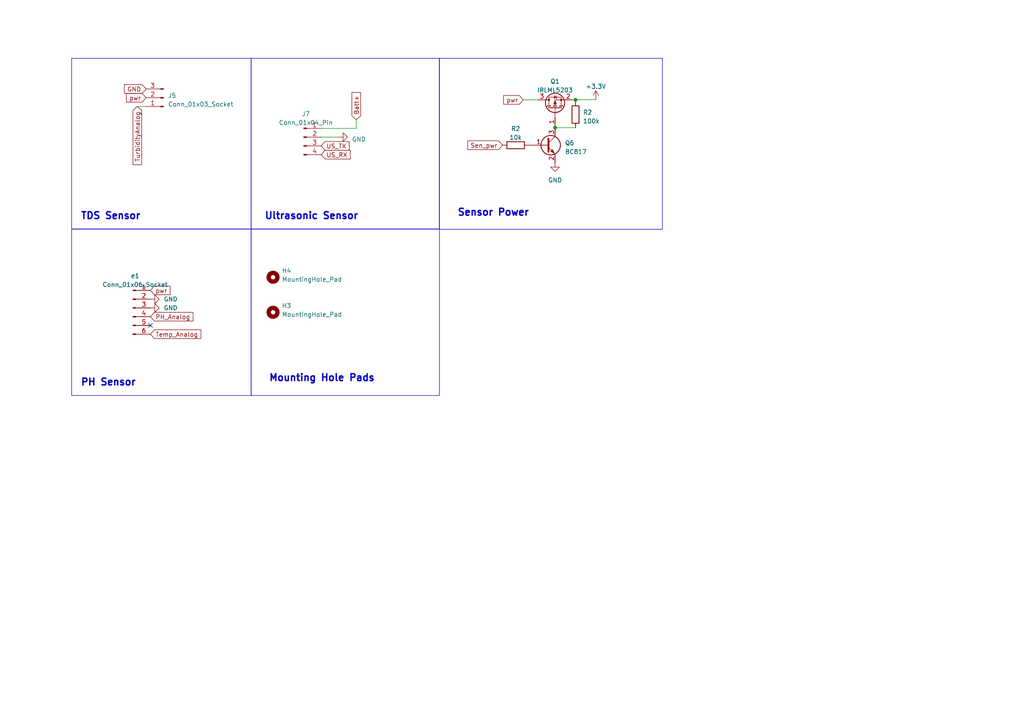
<source format=kicad_sch>
(kicad_sch (version 20230121) (generator eeschema)

  (uuid 8ecee2b4-30fd-4c0e-b0e5-063d2aae43a8)

  (paper "A4")

  (lib_symbols
    (symbol "Connector:Conn_01x03_Pin" (pin_names (offset 1.016) hide) (in_bom yes) (on_board yes)
      (property "Reference" "J" (at 0 5.08 0)
        (effects (font (size 1.27 1.27)))
      )
      (property "Value" "Conn_01x03_Pin" (at 0 -5.08 0)
        (effects (font (size 1.27 1.27)))
      )
      (property "Footprint" "" (at 0 0 0)
        (effects (font (size 1.27 1.27)) hide)
      )
      (property "Datasheet" "~" (at 0 0 0)
        (effects (font (size 1.27 1.27)) hide)
      )
      (property "ki_locked" "" (at 0 0 0)
        (effects (font (size 1.27 1.27)))
      )
      (property "ki_keywords" "connector" (at 0 0 0)
        (effects (font (size 1.27 1.27)) hide)
      )
      (property "ki_description" "Generic connector, single row, 01x03, script generated" (at 0 0 0)
        (effects (font (size 1.27 1.27)) hide)
      )
      (property "ki_fp_filters" "Connector*:*_1x??_*" (at 0 0 0)
        (effects (font (size 1.27 1.27)) hide)
      )
      (symbol "Conn_01x03_Pin_1_1"
        (polyline
          (pts
            (xy 1.27 -2.54)
            (xy 0.8636 -2.54)
          )
          (stroke (width 0.1524) (type default))
          (fill (type none))
        )
        (polyline
          (pts
            (xy 1.27 0)
            (xy 0.8636 0)
          )
          (stroke (width 0.1524) (type default))
          (fill (type none))
        )
        (polyline
          (pts
            (xy 1.27 2.54)
            (xy 0.8636 2.54)
          )
          (stroke (width 0.1524) (type default))
          (fill (type none))
        )
        (rectangle (start 0.8636 -2.413) (end 0 -2.667)
          (stroke (width 0.1524) (type default))
          (fill (type outline))
        )
        (rectangle (start 0.8636 0.127) (end 0 -0.127)
          (stroke (width 0.1524) (type default))
          (fill (type outline))
        )
        (rectangle (start 0.8636 2.667) (end 0 2.413)
          (stroke (width 0.1524) (type default))
          (fill (type outline))
        )
        (pin passive line (at 5.08 2.54 180) (length 3.81)
          (name "Pin_1" (effects (font (size 1.27 1.27))))
          (number "1" (effects (font (size 1.27 1.27))))
        )
        (pin passive line (at 5.08 0 180) (length 3.81)
          (name "Pin_2" (effects (font (size 1.27 1.27))))
          (number "2" (effects (font (size 1.27 1.27))))
        )
        (pin passive line (at 5.08 -2.54 180) (length 3.81)
          (name "Pin_3" (effects (font (size 1.27 1.27))))
          (number "3" (effects (font (size 1.27 1.27))))
        )
      )
    )
    (symbol "Connector:Conn_01x04_Pin" (pin_names (offset 1.016) hide) (in_bom yes) (on_board yes)
      (property "Reference" "J" (at 0 5.08 0)
        (effects (font (size 1.27 1.27)))
      )
      (property "Value" "Conn_01x04_Pin" (at 0 -7.62 0)
        (effects (font (size 1.27 1.27)))
      )
      (property "Footprint" "" (at 0 0 0)
        (effects (font (size 1.27 1.27)) hide)
      )
      (property "Datasheet" "~" (at 0 0 0)
        (effects (font (size 1.27 1.27)) hide)
      )
      (property "ki_locked" "" (at 0 0 0)
        (effects (font (size 1.27 1.27)))
      )
      (property "ki_keywords" "connector" (at 0 0 0)
        (effects (font (size 1.27 1.27)) hide)
      )
      (property "ki_description" "Generic connector, single row, 01x04, script generated" (at 0 0 0)
        (effects (font (size 1.27 1.27)) hide)
      )
      (property "ki_fp_filters" "Connector*:*_1x??_*" (at 0 0 0)
        (effects (font (size 1.27 1.27)) hide)
      )
      (symbol "Conn_01x04_Pin_1_1"
        (polyline
          (pts
            (xy 1.27 -5.08)
            (xy 0.8636 -5.08)
          )
          (stroke (width 0.1524) (type default))
          (fill (type none))
        )
        (polyline
          (pts
            (xy 1.27 -2.54)
            (xy 0.8636 -2.54)
          )
          (stroke (width 0.1524) (type default))
          (fill (type none))
        )
        (polyline
          (pts
            (xy 1.27 0)
            (xy 0.8636 0)
          )
          (stroke (width 0.1524) (type default))
          (fill (type none))
        )
        (polyline
          (pts
            (xy 1.27 2.54)
            (xy 0.8636 2.54)
          )
          (stroke (width 0.1524) (type default))
          (fill (type none))
        )
        (rectangle (start 0.8636 -4.953) (end 0 -5.207)
          (stroke (width 0.1524) (type default))
          (fill (type outline))
        )
        (rectangle (start 0.8636 -2.413) (end 0 -2.667)
          (stroke (width 0.1524) (type default))
          (fill (type outline))
        )
        (rectangle (start 0.8636 0.127) (end 0 -0.127)
          (stroke (width 0.1524) (type default))
          (fill (type outline))
        )
        (rectangle (start 0.8636 2.667) (end 0 2.413)
          (stroke (width 0.1524) (type default))
          (fill (type outline))
        )
        (pin passive line (at 5.08 2.54 180) (length 3.81)
          (name "Pin_1" (effects (font (size 1.27 1.27))))
          (number "1" (effects (font (size 1.27 1.27))))
        )
        (pin passive line (at 5.08 0 180) (length 3.81)
          (name "Pin_2" (effects (font (size 1.27 1.27))))
          (number "2" (effects (font (size 1.27 1.27))))
        )
        (pin passive line (at 5.08 -2.54 180) (length 3.81)
          (name "Pin_3" (effects (font (size 1.27 1.27))))
          (number "3" (effects (font (size 1.27 1.27))))
        )
        (pin passive line (at 5.08 -5.08 180) (length 3.81)
          (name "Pin_4" (effects (font (size 1.27 1.27))))
          (number "4" (effects (font (size 1.27 1.27))))
        )
      )
    )
    (symbol "Connector:Conn_01x06_Pin" (pin_names (offset 1.016) hide) (in_bom yes) (on_board yes)
      (property "Reference" "J" (at 0 7.62 0)
        (effects (font (size 1.27 1.27)))
      )
      (property "Value" "Conn_01x06_Pin" (at 0 -10.16 0)
        (effects (font (size 1.27 1.27)))
      )
      (property "Footprint" "" (at 0 0 0)
        (effects (font (size 1.27 1.27)) hide)
      )
      (property "Datasheet" "~" (at 0 0 0)
        (effects (font (size 1.27 1.27)) hide)
      )
      (property "ki_locked" "" (at 0 0 0)
        (effects (font (size 1.27 1.27)))
      )
      (property "ki_keywords" "connector" (at 0 0 0)
        (effects (font (size 1.27 1.27)) hide)
      )
      (property "ki_description" "Generic connector, single row, 01x06, script generated" (at 0 0 0)
        (effects (font (size 1.27 1.27)) hide)
      )
      (property "ki_fp_filters" "Connector*:*_1x??_*" (at 0 0 0)
        (effects (font (size 1.27 1.27)) hide)
      )
      (symbol "Conn_01x06_Pin_1_1"
        (polyline
          (pts
            (xy 1.27 -7.62)
            (xy 0.8636 -7.62)
          )
          (stroke (width 0.1524) (type default))
          (fill (type none))
        )
        (polyline
          (pts
            (xy 1.27 -5.08)
            (xy 0.8636 -5.08)
          )
          (stroke (width 0.1524) (type default))
          (fill (type none))
        )
        (polyline
          (pts
            (xy 1.27 -2.54)
            (xy 0.8636 -2.54)
          )
          (stroke (width 0.1524) (type default))
          (fill (type none))
        )
        (polyline
          (pts
            (xy 1.27 0)
            (xy 0.8636 0)
          )
          (stroke (width 0.1524) (type default))
          (fill (type none))
        )
        (polyline
          (pts
            (xy 1.27 2.54)
            (xy 0.8636 2.54)
          )
          (stroke (width 0.1524) (type default))
          (fill (type none))
        )
        (polyline
          (pts
            (xy 1.27 5.08)
            (xy 0.8636 5.08)
          )
          (stroke (width 0.1524) (type default))
          (fill (type none))
        )
        (rectangle (start 0.8636 -7.493) (end 0 -7.747)
          (stroke (width 0.1524) (type default))
          (fill (type outline))
        )
        (rectangle (start 0.8636 -4.953) (end 0 -5.207)
          (stroke (width 0.1524) (type default))
          (fill (type outline))
        )
        (rectangle (start 0.8636 -2.413) (end 0 -2.667)
          (stroke (width 0.1524) (type default))
          (fill (type outline))
        )
        (rectangle (start 0.8636 0.127) (end 0 -0.127)
          (stroke (width 0.1524) (type default))
          (fill (type outline))
        )
        (rectangle (start 0.8636 2.667) (end 0 2.413)
          (stroke (width 0.1524) (type default))
          (fill (type outline))
        )
        (rectangle (start 0.8636 5.207) (end 0 4.953)
          (stroke (width 0.1524) (type default))
          (fill (type outline))
        )
        (pin passive line (at 5.08 5.08 180) (length 3.81)
          (name "Pin_1" (effects (font (size 1.27 1.27))))
          (number "1" (effects (font (size 1.27 1.27))))
        )
        (pin passive line (at 5.08 2.54 180) (length 3.81)
          (name "Pin_2" (effects (font (size 1.27 1.27))))
          (number "2" (effects (font (size 1.27 1.27))))
        )
        (pin passive line (at 5.08 0 180) (length 3.81)
          (name "Pin_3" (effects (font (size 1.27 1.27))))
          (number "3" (effects (font (size 1.27 1.27))))
        )
        (pin passive line (at 5.08 -2.54 180) (length 3.81)
          (name "Pin_4" (effects (font (size 1.27 1.27))))
          (number "4" (effects (font (size 1.27 1.27))))
        )
        (pin passive line (at 5.08 -5.08 180) (length 3.81)
          (name "Pin_5" (effects (font (size 1.27 1.27))))
          (number "5" (effects (font (size 1.27 1.27))))
        )
        (pin passive line (at 5.08 -7.62 180) (length 3.81)
          (name "Pin_6" (effects (font (size 1.27 1.27))))
          (number "6" (effects (font (size 1.27 1.27))))
        )
      )
    )
    (symbol "Device:R" (pin_numbers hide) (pin_names (offset 0)) (in_bom yes) (on_board yes)
      (property "Reference" "R" (at 2.032 0 90)
        (effects (font (size 1.27 1.27)))
      )
      (property "Value" "R" (at 0 0 90)
        (effects (font (size 1.27 1.27)))
      )
      (property "Footprint" "" (at -1.778 0 90)
        (effects (font (size 1.27 1.27)) hide)
      )
      (property "Datasheet" "~" (at 0 0 0)
        (effects (font (size 1.27 1.27)) hide)
      )
      (property "ki_keywords" "R res resistor" (at 0 0 0)
        (effects (font (size 1.27 1.27)) hide)
      )
      (property "ki_description" "Resistor" (at 0 0 0)
        (effects (font (size 1.27 1.27)) hide)
      )
      (property "ki_fp_filters" "R_*" (at 0 0 0)
        (effects (font (size 1.27 1.27)) hide)
      )
      (symbol "R_0_1"
        (rectangle (start -1.016 -2.54) (end 1.016 2.54)
          (stroke (width 0.254) (type default))
          (fill (type none))
        )
      )
      (symbol "R_1_1"
        (pin passive line (at 0 3.81 270) (length 1.27)
          (name "~" (effects (font (size 1.27 1.27))))
          (number "1" (effects (font (size 1.27 1.27))))
        )
        (pin passive line (at 0 -3.81 90) (length 1.27)
          (name "~" (effects (font (size 1.27 1.27))))
          (number "2" (effects (font (size 1.27 1.27))))
        )
      )
    )
    (symbol "Mechanical:MountingHole" (pin_names (offset 1.016)) (in_bom yes) (on_board yes)
      (property "Reference" "H" (at 0 5.08 0)
        (effects (font (size 1.27 1.27)))
      )
      (property "Value" "MountingHole" (at 0 3.175 0)
        (effects (font (size 1.27 1.27)))
      )
      (property "Footprint" "" (at 0 0 0)
        (effects (font (size 1.27 1.27)) hide)
      )
      (property "Datasheet" "~" (at 0 0 0)
        (effects (font (size 1.27 1.27)) hide)
      )
      (property "ki_keywords" "mounting hole" (at 0 0 0)
        (effects (font (size 1.27 1.27)) hide)
      )
      (property "ki_description" "Mounting Hole without connection" (at 0 0 0)
        (effects (font (size 1.27 1.27)) hide)
      )
      (property "ki_fp_filters" "MountingHole*" (at 0 0 0)
        (effects (font (size 1.27 1.27)) hide)
      )
      (symbol "MountingHole_0_1"
        (circle (center 0 0) (radius 1.27)
          (stroke (width 1.27) (type default))
          (fill (type none))
        )
      )
    )
    (symbol "Transistor_BJT:MMBT3904" (pin_names (offset 0) hide) (in_bom yes) (on_board yes)
      (property "Reference" "Q" (at 5.08 1.905 0)
        (effects (font (size 1.27 1.27)) (justify left))
      )
      (property "Value" "MMBT3904" (at 5.08 0 0)
        (effects (font (size 1.27 1.27)) (justify left))
      )
      (property "Footprint" "Package_TO_SOT_SMD:SOT-23" (at 5.08 -1.905 0)
        (effects (font (size 1.27 1.27) italic) (justify left) hide)
      )
      (property "Datasheet" "https://www.onsemi.com/pub/Collateral/2N3903-D.PDF" (at 0 0 0)
        (effects (font (size 1.27 1.27)) (justify left) hide)
      )
      (property "ki_keywords" "NPN Transistor" (at 0 0 0)
        (effects (font (size 1.27 1.27)) hide)
      )
      (property "ki_description" "0.2A Ic, 40V Vce, Small Signal NPN Transistor, SOT-23" (at 0 0 0)
        (effects (font (size 1.27 1.27)) hide)
      )
      (property "ki_fp_filters" "SOT?23*" (at 0 0 0)
        (effects (font (size 1.27 1.27)) hide)
      )
      (symbol "MMBT3904_0_1"
        (polyline
          (pts
            (xy 0.635 0.635)
            (xy 2.54 2.54)
          )
          (stroke (width 0) (type default))
          (fill (type none))
        )
        (polyline
          (pts
            (xy 0.635 -0.635)
            (xy 2.54 -2.54)
            (xy 2.54 -2.54)
          )
          (stroke (width 0) (type default))
          (fill (type none))
        )
        (polyline
          (pts
            (xy 0.635 1.905)
            (xy 0.635 -1.905)
            (xy 0.635 -1.905)
          )
          (stroke (width 0.508) (type default))
          (fill (type none))
        )
        (polyline
          (pts
            (xy 1.27 -1.778)
            (xy 1.778 -1.27)
            (xy 2.286 -2.286)
            (xy 1.27 -1.778)
            (xy 1.27 -1.778)
          )
          (stroke (width 0) (type default))
          (fill (type outline))
        )
        (circle (center 1.27 0) (radius 2.8194)
          (stroke (width 0.254) (type default))
          (fill (type none))
        )
      )
      (symbol "MMBT3904_1_1"
        (pin input line (at -5.08 0 0) (length 5.715)
          (name "B" (effects (font (size 1.27 1.27))))
          (number "1" (effects (font (size 1.27 1.27))))
        )
        (pin passive line (at 2.54 -5.08 90) (length 2.54)
          (name "E" (effects (font (size 1.27 1.27))))
          (number "2" (effects (font (size 1.27 1.27))))
        )
        (pin passive line (at 2.54 5.08 270) (length 2.54)
          (name "C" (effects (font (size 1.27 1.27))))
          (number "3" (effects (font (size 1.27 1.27))))
        )
      )
    )
    (symbol "Transistor_FET:IRLML5203" (pin_names hide) (in_bom yes) (on_board yes)
      (property "Reference" "Q" (at 5.08 1.905 0)
        (effects (font (size 1.27 1.27)) (justify left))
      )
      (property "Value" "IRLML5203" (at 5.08 0 0)
        (effects (font (size 1.27 1.27)) (justify left))
      )
      (property "Footprint" "Package_TO_SOT_SMD:SOT-23" (at 5.08 -1.905 0)
        (effects (font (size 1.27 1.27) italic) (justify left) hide)
      )
      (property "Datasheet" "https://www.infineon.com/dgdl/irlml5203pbf.pdf?fileId=5546d462533600a40153566868da261d" (at 0 0 0)
        (effects (font (size 1.27 1.27)) (justify left) hide)
      )
      (property "ki_keywords" "P-Channel HEXFET MOSFET" (at 0 0 0)
        (effects (font (size 1.27 1.27)) hide)
      )
      (property "ki_description" "-3.0A Id, -30V Vds, 98mOhm Rds, P-Channel HEXFET Power MOSFET, SOT-23" (at 0 0 0)
        (effects (font (size 1.27 1.27)) hide)
      )
      (property "ki_fp_filters" "SOT?23*" (at 0 0 0)
        (effects (font (size 1.27 1.27)) hide)
      )
      (symbol "IRLML5203_0_1"
        (polyline
          (pts
            (xy 0.254 0)
            (xy -2.54 0)
          )
          (stroke (width 0) (type default))
          (fill (type none))
        )
        (polyline
          (pts
            (xy 0.254 1.905)
            (xy 0.254 -1.905)
          )
          (stroke (width 0.254) (type default))
          (fill (type none))
        )
        (polyline
          (pts
            (xy 0.762 -1.27)
            (xy 0.762 -2.286)
          )
          (stroke (width 0.254) (type default))
          (fill (type none))
        )
        (polyline
          (pts
            (xy 0.762 0.508)
            (xy 0.762 -0.508)
          )
          (stroke (width 0.254) (type default))
          (fill (type none))
        )
        (polyline
          (pts
            (xy 0.762 2.286)
            (xy 0.762 1.27)
          )
          (stroke (width 0.254) (type default))
          (fill (type none))
        )
        (polyline
          (pts
            (xy 2.54 2.54)
            (xy 2.54 1.778)
          )
          (stroke (width 0) (type default))
          (fill (type none))
        )
        (polyline
          (pts
            (xy 2.54 -2.54)
            (xy 2.54 0)
            (xy 0.762 0)
          )
          (stroke (width 0) (type default))
          (fill (type none))
        )
        (polyline
          (pts
            (xy 0.762 1.778)
            (xy 3.302 1.778)
            (xy 3.302 -1.778)
            (xy 0.762 -1.778)
          )
          (stroke (width 0) (type default))
          (fill (type none))
        )
        (polyline
          (pts
            (xy 2.286 0)
            (xy 1.27 0.381)
            (xy 1.27 -0.381)
            (xy 2.286 0)
          )
          (stroke (width 0) (type default))
          (fill (type outline))
        )
        (polyline
          (pts
            (xy 2.794 -0.508)
            (xy 2.921 -0.381)
            (xy 3.683 -0.381)
            (xy 3.81 -0.254)
          )
          (stroke (width 0) (type default))
          (fill (type none))
        )
        (polyline
          (pts
            (xy 3.302 -0.381)
            (xy 2.921 0.254)
            (xy 3.683 0.254)
            (xy 3.302 -0.381)
          )
          (stroke (width 0) (type default))
          (fill (type none))
        )
        (circle (center 1.651 0) (radius 2.794)
          (stroke (width 0.254) (type default))
          (fill (type none))
        )
        (circle (center 2.54 -1.778) (radius 0.254)
          (stroke (width 0) (type default))
          (fill (type outline))
        )
        (circle (center 2.54 1.778) (radius 0.254)
          (stroke (width 0) (type default))
          (fill (type outline))
        )
      )
      (symbol "IRLML5203_1_1"
        (pin input line (at -5.08 0 0) (length 2.54)
          (name "G" (effects (font (size 1.27 1.27))))
          (number "1" (effects (font (size 1.27 1.27))))
        )
        (pin passive line (at 2.54 -5.08 90) (length 2.54)
          (name "S" (effects (font (size 1.27 1.27))))
          (number "2" (effects (font (size 1.27 1.27))))
        )
        (pin passive line (at 2.54 5.08 270) (length 2.54)
          (name "D" (effects (font (size 1.27 1.27))))
          (number "3" (effects (font (size 1.27 1.27))))
        )
      )
    )
    (symbol "power:+3.3V" (power) (pin_names (offset 0)) (in_bom yes) (on_board yes)
      (property "Reference" "#PWR" (at 0 -3.81 0)
        (effects (font (size 1.27 1.27)) hide)
      )
      (property "Value" "+3.3V" (at 0 3.556 0)
        (effects (font (size 1.27 1.27)))
      )
      (property "Footprint" "" (at 0 0 0)
        (effects (font (size 1.27 1.27)) hide)
      )
      (property "Datasheet" "" (at 0 0 0)
        (effects (font (size 1.27 1.27)) hide)
      )
      (property "ki_keywords" "global power" (at 0 0 0)
        (effects (font (size 1.27 1.27)) hide)
      )
      (property "ki_description" "Power symbol creates a global label with name \"+3.3V\"" (at 0 0 0)
        (effects (font (size 1.27 1.27)) hide)
      )
      (symbol "+3.3V_0_1"
        (polyline
          (pts
            (xy -0.762 1.27)
            (xy 0 2.54)
          )
          (stroke (width 0) (type default))
          (fill (type none))
        )
        (polyline
          (pts
            (xy 0 0)
            (xy 0 2.54)
          )
          (stroke (width 0) (type default))
          (fill (type none))
        )
        (polyline
          (pts
            (xy 0 2.54)
            (xy 0.762 1.27)
          )
          (stroke (width 0) (type default))
          (fill (type none))
        )
      )
      (symbol "+3.3V_1_1"
        (pin power_in line (at 0 0 90) (length 0) hide
          (name "+3.3V" (effects (font (size 1.27 1.27))))
          (number "1" (effects (font (size 1.27 1.27))))
        )
      )
    )
    (symbol "power:GND" (power) (pin_names (offset 0)) (in_bom yes) (on_board yes)
      (property "Reference" "#PWR" (at 0 -6.35 0)
        (effects (font (size 1.27 1.27)) hide)
      )
      (property "Value" "GND" (at 0 -3.81 0)
        (effects (font (size 1.27 1.27)))
      )
      (property "Footprint" "" (at 0 0 0)
        (effects (font (size 1.27 1.27)) hide)
      )
      (property "Datasheet" "" (at 0 0 0)
        (effects (font (size 1.27 1.27)) hide)
      )
      (property "ki_keywords" "global power" (at 0 0 0)
        (effects (font (size 1.27 1.27)) hide)
      )
      (property "ki_description" "Power symbol creates a global label with name \"GND\" , ground" (at 0 0 0)
        (effects (font (size 1.27 1.27)) hide)
      )
      (symbol "GND_0_1"
        (polyline
          (pts
            (xy 0 0)
            (xy 0 -1.27)
            (xy 1.27 -1.27)
            (xy 0 -2.54)
            (xy -1.27 -1.27)
            (xy 0 -1.27)
          )
          (stroke (width 0) (type default))
          (fill (type none))
        )
      )
      (symbol "GND_1_1"
        (pin power_in line (at 0 0 270) (length 0) hide
          (name "GND" (effects (font (size 1.27 1.27))))
          (number "1" (effects (font (size 1.27 1.27))))
        )
      )
    )
  )

  (junction (at 166.9288 28.956) (diameter 0) (color 0 0 0 0)
    (uuid 3f567e50-5132-4624-827f-5a549241aedb)
  )
  (junction (at 160.9852 37.0332) (diameter 0) (color 0 0 0 0)
    (uuid 8f553832-3bcf-4ff6-8fbe-0cd261d3b858)
  )

  (no_connect (at 43.6372 94.3864) (uuid 5a12777d-d307-4eea-9f1e-57d1eb80445b))

  (wire (pts (xy 166.9288 29.4132) (xy 166.9288 28.956))
    (stroke (width 0) (type default))
    (uuid 289071f7-6920-4915-b20f-91ceaa761933)
  )
  (wire (pts (xy 166.9288 37.0332) (xy 160.9852 37.0332))
    (stroke (width 0) (type default))
    (uuid 28b59bde-3e54-44fb-bbe4-47594815faee)
  )
  (wire (pts (xy 93.1672 37.2364) (xy 103.3272 37.2364))
    (stroke (width 0) (type default))
    (uuid 4740c882-c378-426a-b579-dbe58e649606)
  )
  (wire (pts (xy 103.3272 37.2364) (xy 103.3272 34.6964))
    (stroke (width 0) (type default))
    (uuid 6b4c6cb7-4fb3-4b0b-b617-dfa67beb7803)
  )
  (wire (pts (xy 42.3672 30.8864) (xy 39.8272 30.8864))
    (stroke (width 0) (type default))
    (uuid 77ffc934-1962-4785-bb62-c77f131e5d1c)
  )
  (wire (pts (xy 167.132 28.9052) (xy 167.132 28.956))
    (stroke (width 0) (type default))
    (uuid 817afc96-5fc2-4978-88c5-1df7a2f30b0d)
  )
  (wire (pts (xy 172.8216 28.9052) (xy 167.132 28.9052))
    (stroke (width 0) (type default))
    (uuid 89301d9c-66cd-49db-bedb-a7f0040603ed)
  )
  (wire (pts (xy 166.0652 28.956) (xy 166.9288 28.956))
    (stroke (width 0) (type default))
    (uuid b3f248a9-1f46-46c8-a0ec-5a433b879031)
  )
  (wire (pts (xy 151.7396 28.956) (xy 155.9052 28.956))
    (stroke (width 0) (type default))
    (uuid bdffc868-b617-47d2-8cca-69818baad986)
  )
  (wire (pts (xy 160.9852 36.576) (xy 160.9852 37.0332))
    (stroke (width 0) (type default))
    (uuid cb134a30-c2b5-401a-8d3e-94662b40d216)
  )
  (wire (pts (xy 166.9288 28.956) (xy 167.132 28.956))
    (stroke (width 0) (type default))
    (uuid d375bd7c-96c3-480b-bf36-5feb3316aeee)
  )
  (wire (pts (xy 93.1672 39.7764) (xy 98.2472 39.7764))
    (stroke (width 0) (type default))
    (uuid e03ac7eb-01e8-4ab2-9fa8-87f47a62be56)
  )

  (rectangle (start 20.7772 66.4464) (end 72.8472 114.7064)
    (stroke (width 0) (type default))
    (fill (type none))
    (uuid 17ee1374-edc8-49c0-81a2-80070babedfb)
  )
  (rectangle (start 72.8472 16.9164) (end 127.4572 66.4464)
    (stroke (width 0) (type default))
    (fill (type none))
    (uuid 432d1c9b-1a7c-4227-8420-c19bee2c188b)
  )
  (rectangle (start 127.4064 16.9164) (end 192.1256 66.4972)
    (stroke (width 0) (type default))
    (fill (type none))
    (uuid 81872eb0-aa08-41bd-bc27-be3aa7652b94)
  )
  (rectangle (start 72.8472 66.4464) (end 127.4572 114.7064)
    (stroke (width 0) (type default))
    (fill (type none))
    (uuid e5db12e7-5d5e-431d-8dd1-c63c50d0c333)
  )
  (rectangle (start 20.7772 16.9164) (end 72.8472 66.4464)
    (stroke (width 0) (type default))
    (fill (type none))
    (uuid fd9d77ed-446c-4e33-bde7-dbd756eb3ddd)
  )

  (text "PH Sensor\n" (at 23.3172 112.1664 0)
    (effects (font (size 2 2) (thickness 0.4) bold) (justify left bottom))
    (uuid 331187a5-a124-4ebe-83aa-6057f4b9a000)
  )
  (text "Ultrasonic Sensor\n" (at 76.6572 63.9064 0)
    (effects (font (size 2 2) (thickness 0.4) bold) (justify left bottom))
    (uuid 7e3cbd63-6373-4a21-8dbf-007ff23e1a90)
  )
  (text "TDS Sensor" (at 23.3172 63.9064 0)
    (effects (font (size 2 2) (thickness 0.4) bold) (justify left bottom))
    (uuid a1e6afe5-155e-4f54-af44-e1c3b6744380)
  )
  (text "Mounting Hole Pads\n" (at 77.9272 110.8964 0)
    (effects (font (size 2 2) (thickness 0.4) bold) (justify left bottom))
    (uuid b48023ed-db18-42d5-a128-08de22e5ada6)
  )
  (text "Sensor Power\n\n\n\n\n" (at 132.588 75.7936 0)
    (effects (font (size 2 2) (thickness 0.4) bold) (justify left bottom))
    (uuid f0c3c07d-dddc-4b95-afa8-eb09323ca93d)
  )

  (global_label "US_TX" (shape input) (at 93.1672 42.3164 0) (fields_autoplaced)
    (effects (font (size 1.27 1.27)) (justify left))
    (uuid 18753bad-d3d7-4ecb-9205-b62a3b4bd393)
    (property "Intersheetrefs" "${INTERSHEET_REFS}" (at 101.7577 42.3164 0)
      (effects (font (size 1.27 1.27)) (justify left) hide)
    )
  )
  (global_label "Batt+" (shape input) (at 103.3272 34.6964 90) (fields_autoplaced)
    (effects (font (size 1.27 1.27)) (justify left))
    (uuid 3a2e0e7b-eca8-4835-a710-4b60ddd92bda)
    (property "Intersheetrefs" "${INTERSHEET_REFS}" (at 103.3272 26.3478 90)
      (effects (font (size 1.27 1.27)) (justify left) hide)
    )
  )
  (global_label "TurbidityAnalog" (shape input) (at 39.8272 30.8864 270) (fields_autoplaced)
    (effects (font (size 1.27 1.27)) (justify right))
    (uuid 3a8b6a75-62fc-4d50-9d0b-4bdec486ac72)
    (property "Intersheetrefs" "${INTERSHEET_REFS}" (at 39.8272 48.2457 90)
      (effects (font (size 1.27 1.27)) (justify right) hide)
    )
  )
  (global_label "pwr" (shape input) (at 42.3672 28.3464 180) (fields_autoplaced)
    (effects (font (size 1.27 1.27)) (justify right))
    (uuid 4fe27f42-2b5b-44ed-b0b1-7c697dd8e949)
    (property "Intersheetrefs" "${INTERSHEET_REFS}" (at 36.1957 28.3464 0)
      (effects (font (size 1.27 1.27)) (justify right) hide)
    )
  )
  (global_label "Sen_pwr" (shape input) (at 145.7452 42.1132 180) (fields_autoplaced)
    (effects (font (size 1.27 1.27)) (justify right))
    (uuid 51cbcb95-8f22-4d07-b940-7192fc13e4b1)
    (property "Intersheetrefs" "${INTERSHEET_REFS}" (at 135.159 42.1132 0)
      (effects (font (size 1.27 1.27)) (justify right) hide)
    )
  )
  (global_label "US_RX" (shape input) (at 93.1672 44.8564 0) (fields_autoplaced)
    (effects (font (size 1.27 1.27)) (justify left))
    (uuid bb5d551d-b134-470e-8bdd-32961ce3df53)
    (property "Intersheetrefs" "${INTERSHEET_REFS}" (at 102.0601 44.8564 0)
      (effects (font (size 1.27 1.27)) (justify left) hide)
    )
  )
  (global_label "Temp_Analog" (shape input) (at 43.6372 96.9264 0) (fields_autoplaced)
    (effects (font (size 1.27 1.27)) (justify left))
    (uuid bee7a20d-6133-4cbe-843e-978a32679dee)
    (property "Intersheetrefs" "${INTERSHEET_REFS}" (at 58.7589 96.9264 0)
      (effects (font (size 1.27 1.27)) (justify left) hide)
    )
  )
  (global_label "pwr" (shape input) (at 43.6372 84.2264 0) (fields_autoplaced)
    (effects (font (size 1.27 1.27)) (justify left))
    (uuid cd7df856-27e4-438a-85cd-7c9434852df7)
    (property "Intersheetrefs" "${INTERSHEET_REFS}" (at 49.8087 84.2264 0)
      (effects (font (size 1.27 1.27)) (justify left) hide)
    )
  )
  (global_label "PH_Analog" (shape input) (at 43.6372 91.8464 0) (fields_autoplaced)
    (effects (font (size 1.27 1.27)) (justify left))
    (uuid d8e81df1-8213-45a6-9e45-56c29072364b)
    (property "Intersheetrefs" "${INTERSHEET_REFS}" (at 56.4609 91.8464 0)
      (effects (font (size 1.27 1.27)) (justify left) hide)
    )
  )
  (global_label "GND" (shape input) (at 42.3672 25.8064 180) (fields_autoplaced)
    (effects (font (size 1.27 1.27)) (justify right))
    (uuid e77cdbd7-5f30-45fc-a4ac-061093e7f3ad)
    (property "Intersheetrefs" "${INTERSHEET_REFS}" (at 35.5909 25.8064 0)
      (effects (font (size 1.27 1.27)) (justify right) hide)
    )
  )
  (global_label "pwr" (shape input) (at 151.7396 28.956 180) (fields_autoplaced)
    (effects (font (size 1.27 1.27)) (justify right))
    (uuid f0b57d03-f85f-476b-b3b4-396973292e5f)
    (property "Intersheetrefs" "${INTERSHEET_REFS}" (at 145.5681 28.956 0)
      (effects (font (size 1.27 1.27)) (justify right) hide)
    )
  )

  (symbol (lib_id "power:+3.3V") (at 172.8216 28.9052 0) (unit 1)
    (in_bom yes) (on_board yes) (dnp no)
    (uuid 005e5f02-a90c-44f5-8124-628f86a9ad54)
    (property "Reference" "#PWR01" (at 172.8216 32.7152 0)
      (effects (font (size 1.27 1.27)) hide)
    )
    (property "Value" "+3.3V" (at 172.8216 25.0952 0)
      (effects (font (size 1.27 1.27)))
    )
    (property "Footprint" "" (at 172.8216 28.9052 0)
      (effects (font (size 1.27 1.27)) hide)
    )
    (property "Datasheet" "" (at 172.8216 28.9052 0)
      (effects (font (size 1.27 1.27)) hide)
    )
    (pin "1" (uuid 10e57907-ed8b-4c7b-b8d1-663cfb39bcc2))
    (instances
      (project "RECTIFIED CIRCUIT"
        (path "/15d8fe1c-6bc9-406f-8c82-4650b46b74f7"
          (reference "#PWR01") (unit 1)
        )
        (path "/15d8fe1c-6bc9-406f-8c82-4650b46b74f7/1f0f5415-ffb3-44c5-a9d5-4b8ede3e9ecd"
          (reference "#PWR01") (unit 1)
        )
        (path "/15d8fe1c-6bc9-406f-8c82-4650b46b74f7/c8c87f86-0337-4d16-9e62-bb3a8e633059"
          (reference "#PWR01") (unit 1)
        )
      )
      (project "POWER  WATER CIRCUIT"
        (path "/ed26ffac-5a1b-47b4-af6c-0a896f4f3a48/e160eab0-0e68-46e4-80f2-3805f9ba29a3"
          (reference "#PWR024") (unit 1)
        )
        (path "/ed26ffac-5a1b-47b4-af6c-0a896f4f3a48/c21165f6-568f-4851-a642-af7d4e0c0ac4"
          (reference "#PWR024") (unit 1)
        )
      )
    )
  )

  (symbol (lib_id "Device:R") (at 149.5552 42.1132 90) (unit 1)
    (in_bom yes) (on_board yes) (dnp no) (fields_autoplaced)
    (uuid 0afbc413-329a-428a-871c-377e3b6e1a8c)
    (property "Reference" "R2" (at 149.5552 37.338 90)
      (effects (font (size 1.27 1.27)))
    )
    (property "Value" "10k" (at 149.5552 39.878 90)
      (effects (font (size 1.27 1.27)))
    )
    (property "Footprint" "Resistor_SMD:R_0805_2012Metric_Pad1.20x1.40mm_HandSolder" (at 149.5552 43.8912 90)
      (effects (font (size 1.27 1.27)) hide)
    )
    (property "Datasheet" "~" (at 149.5552 42.1132 0)
      (effects (font (size 1.27 1.27)) hide)
    )
    (pin "1" (uuid f1f09e21-69ff-4a18-b7c5-3daefbe49bb7))
    (pin "2" (uuid 254e3003-9e2d-4473-9be2-eea6b58d02ea))
    (instances
      (project "RECTIFIED CIRCUIT"
        (path "/15d8fe1c-6bc9-406f-8c82-4650b46b74f7"
          (reference "R2") (unit 1)
        )
        (path "/15d8fe1c-6bc9-406f-8c82-4650b46b74f7/1f0f5415-ffb3-44c5-a9d5-4b8ede3e9ecd"
          (reference "R2") (unit 1)
        )
        (path "/15d8fe1c-6bc9-406f-8c82-4650b46b74f7/c8c87f86-0337-4d16-9e62-bb3a8e633059"
          (reference "R2") (unit 1)
        )
      )
      (project "POWER  WATER CIRCUIT"
        (path "/ed26ffac-5a1b-47b4-af6c-0a896f4f3a48/e160eab0-0e68-46e4-80f2-3805f9ba29a3"
          (reference "R15") (unit 1)
        )
        (path "/ed26ffac-5a1b-47b4-af6c-0a896f4f3a48/c21165f6-568f-4851-a642-af7d4e0c0ac4"
          (reference "R15") (unit 1)
        )
      )
    )
  )

  (symbol (lib_id "Mechanical:MountingHole") (at 79.1972 90.5764 0) (unit 1)
    (in_bom yes) (on_board yes) (dnp no) (fields_autoplaced)
    (uuid 17f159bd-c8c7-42fd-9b10-d4101a6be311)
    (property "Reference" "H3" (at 81.7372 88.6714 0)
      (effects (font (size 1.27 1.27)) (justify left))
    )
    (property "Value" "MountingHole_Pad" (at 81.7372 91.2114 0)
      (effects (font (size 1.27 1.27)) (justify left))
    )
    (property "Footprint" "MountingHole:MountingHole_3.2mm_M3_Pad_Via" (at 79.1972 90.5764 0)
      (effects (font (size 1.27 1.27)) hide)
    )
    (property "Datasheet" "~" (at 79.1972 90.5764 0)
      (effects (font (size 1.27 1.27)) hide)
    )
    (instances
      (project "RECTIFIED CIRCUIT"
        (path "/15d8fe1c-6bc9-406f-8c82-4650b46b74f7"
          (reference "H3") (unit 1)
        )
        (path "/15d8fe1c-6bc9-406f-8c82-4650b46b74f7/1f0f5415-ffb3-44c5-a9d5-4b8ede3e9ecd"
          (reference "H2") (unit 1)
        )
      )
      (project "POWER  WATER CIRCUIT"
        (path "/ed26ffac-5a1b-47b4-af6c-0a896f4f3a48/c21165f6-568f-4851-a642-af7d4e0c0ac4"
          (reference "H2") (unit 1)
        )
      )
    )
  )

  (symbol (lib_id "power:GND") (at 98.2472 39.7764 90) (unit 1)
    (in_bom yes) (on_board yes) (dnp no) (fields_autoplaced)
    (uuid 4146bbdb-ed64-4742-9675-3fe1a62c37c6)
    (property "Reference" "#PWR032" (at 104.5972 39.7764 0)
      (effects (font (size 1.27 1.27)) hide)
    )
    (property "Value" "GND" (at 102.0572 40.4114 90)
      (effects (font (size 1.27 1.27)) (justify right))
    )
    (property "Footprint" "" (at 98.2472 39.7764 0)
      (effects (font (size 1.27 1.27)) hide)
    )
    (property "Datasheet" "" (at 98.2472 39.7764 0)
      (effects (font (size 1.27 1.27)) hide)
    )
    (pin "1" (uuid 710b5561-305f-4e8a-92e5-ada87e4ba3d3))
    (instances
      (project "RECTIFIED CIRCUIT"
        (path "/15d8fe1c-6bc9-406f-8c82-4650b46b74f7"
          (reference "#PWR032") (unit 1)
        )
        (path "/15d8fe1c-6bc9-406f-8c82-4650b46b74f7/1f0f5415-ffb3-44c5-a9d5-4b8ede3e9ecd"
          (reference "#PWR035") (unit 1)
        )
      )
      (project "POWER  WATER CIRCUIT"
        (path "/ed26ffac-5a1b-47b4-af6c-0a896f4f3a48/c21165f6-568f-4851-a642-af7d4e0c0ac4"
          (reference "#PWR038") (unit 1)
        )
      )
    )
  )

  (symbol (lib_id "power:GND") (at 43.6372 86.7664 90) (unit 1)
    (in_bom yes) (on_board yes) (dnp no)
    (uuid 58bd491a-8018-4ea5-94db-232b06f1c32e)
    (property "Reference" "#PWR027" (at 49.9872 86.7664 0)
      (effects (font (size 1.27 1.27)) hide)
    )
    (property "Value" "GND" (at 47.4472 86.7664 90)
      (effects (font (size 1.27 1.27)) (justify right))
    )
    (property "Footprint" "" (at 43.6372 86.7664 0)
      (effects (font (size 1.27 1.27)) hide)
    )
    (property "Datasheet" "" (at 43.6372 86.7664 0)
      (effects (font (size 1.27 1.27)) hide)
    )
    (pin "1" (uuid 3dab79e6-095a-4e24-ad51-2323dbc5debc))
    (instances
      (project "RECTIFIED CIRCUIT"
        (path "/15d8fe1c-6bc9-406f-8c82-4650b46b74f7"
          (reference "#PWR027") (unit 1)
        )
        (path "/15d8fe1c-6bc9-406f-8c82-4650b46b74f7/1f0f5415-ffb3-44c5-a9d5-4b8ede3e9ecd"
          (reference "#PWR032") (unit 1)
        )
      )
      (project "POWER  WATER CIRCUIT"
        (path "/ed26ffac-5a1b-47b4-af6c-0a896f4f3a48/c21165f6-568f-4851-a642-af7d4e0c0ac4"
          (reference "#PWR036") (unit 1)
        )
      )
    )
  )

  (symbol (lib_id "power:GND") (at 160.9852 47.1932 0) (unit 1)
    (in_bom yes) (on_board yes) (dnp no) (fields_autoplaced)
    (uuid 78d1d92b-12e0-43f0-8b7c-7a562425df83)
    (property "Reference" "#PWR03" (at 160.9852 53.5432 0)
      (effects (font (size 1.27 1.27)) hide)
    )
    (property "Value" "GND" (at 160.9852 52.2732 0)
      (effects (font (size 1.27 1.27)))
    )
    (property "Footprint" "" (at 160.9852 47.1932 0)
      (effects (font (size 1.27 1.27)) hide)
    )
    (property "Datasheet" "" (at 160.9852 47.1932 0)
      (effects (font (size 1.27 1.27)) hide)
    )
    (pin "1" (uuid c3233ef8-6f99-4ef0-88d2-691e711a27fc))
    (instances
      (project "RECTIFIED CIRCUIT"
        (path "/15d8fe1c-6bc9-406f-8c82-4650b46b74f7"
          (reference "#PWR03") (unit 1)
        )
        (path "/15d8fe1c-6bc9-406f-8c82-4650b46b74f7/1f0f5415-ffb3-44c5-a9d5-4b8ede3e9ecd"
          (reference "#PWR03") (unit 1)
        )
        (path "/15d8fe1c-6bc9-406f-8c82-4650b46b74f7/c8c87f86-0337-4d16-9e62-bb3a8e633059"
          (reference "#PWR02") (unit 1)
        )
      )
      (project "POWER  WATER CIRCUIT"
        (path "/ed26ffac-5a1b-47b4-af6c-0a896f4f3a48/e160eab0-0e68-46e4-80f2-3805f9ba29a3"
          (reference "#PWR027") (unit 1)
        )
        (path "/ed26ffac-5a1b-47b4-af6c-0a896f4f3a48/c21165f6-568f-4851-a642-af7d4e0c0ac4"
          (reference "#PWR027") (unit 1)
        )
      )
    )
  )

  (symbol (lib_id "Transistor_FET:IRLML5203") (at 160.9852 31.496 90) (unit 1)
    (in_bom yes) (on_board yes) (dnp no) (fields_autoplaced)
    (uuid 9ff6552f-5170-4198-af05-e2c7c31b0e31)
    (property "Reference" "Q1" (at 160.9852 23.622 90)
      (effects (font (size 1.27 1.27)))
    )
    (property "Value" "IRLML5203" (at 160.9852 26.162 90)
      (effects (font (size 1.27 1.27)))
    )
    (property "Footprint" "Package_TO_SOT_SMD:SOT-23" (at 162.8902 26.416 0)
      (effects (font (size 1.27 1.27) italic) (justify left) hide)
    )
    (property "Datasheet" "https://www.infineon.com/dgdl/irlml5203pbf.pdf?fileId=5546d462533600a40153566868da261d" (at 160.9852 31.496 0)
      (effects (font (size 1.27 1.27)) (justify left) hide)
    )
    (pin "1" (uuid 1f399d14-12c7-434f-846f-fd6335533991))
    (pin "2" (uuid 7021dcf1-7005-4e17-b850-0449c4332708))
    (pin "3" (uuid 897a2a1b-31ef-438a-ac95-e0f262e498cf))
    (instances
      (project "RECTIFIED CIRCUIT"
        (path "/15d8fe1c-6bc9-406f-8c82-4650b46b74f7/c8c87f86-0337-4d16-9e62-bb3a8e633059"
          (reference "Q1") (unit 1)
        )
      )
      (project "POWER  WATER CIRCUIT"
        (path "/ed26ffac-5a1b-47b4-af6c-0a896f4f3a48/e160eab0-0e68-46e4-80f2-3805f9ba29a3"
          (reference "Q3") (unit 1)
        )
        (path "/ed26ffac-5a1b-47b4-af6c-0a896f4f3a48/c21165f6-568f-4851-a642-af7d4e0c0ac4"
          (reference "Q3") (unit 1)
        )
      )
    )
  )

  (symbol (lib_id "power:GND") (at 43.6372 89.3064 90) (unit 1)
    (in_bom yes) (on_board yes) (dnp no)
    (uuid b504ed64-8990-48c2-bdee-2a18a29ee8e0)
    (property "Reference" "#PWR036" (at 49.9872 89.3064 0)
      (effects (font (size 1.27 1.27)) hide)
    )
    (property "Value" "GND" (at 47.4472 89.3064 90)
      (effects (font (size 1.27 1.27)) (justify right))
    )
    (property "Footprint" "" (at 43.6372 89.3064 0)
      (effects (font (size 1.27 1.27)) hide)
    )
    (property "Datasheet" "" (at 43.6372 89.3064 0)
      (effects (font (size 1.27 1.27)) hide)
    )
    (pin "1" (uuid 63e1d76e-7b48-4f9e-b102-ecaf09dbfd6a))
    (instances
      (project "RECTIFIED CIRCUIT"
        (path "/15d8fe1c-6bc9-406f-8c82-4650b46b74f7"
          (reference "#PWR036") (unit 1)
        )
        (path "/15d8fe1c-6bc9-406f-8c82-4650b46b74f7/1f0f5415-ffb3-44c5-a9d5-4b8ede3e9ecd"
          (reference "#PWR033") (unit 1)
        )
      )
      (project "POWER  WATER CIRCUIT"
        (path "/ed26ffac-5a1b-47b4-af6c-0a896f4f3a48/c21165f6-568f-4851-a642-af7d4e0c0ac4"
          (reference "#PWR037") (unit 1)
        )
      )
    )
  )

  (symbol (lib_id "Device:R") (at 166.9288 33.2232 180) (unit 1)
    (in_bom yes) (on_board yes) (dnp no) (fields_autoplaced)
    (uuid b6e6133b-8239-4037-aaf8-98e0608a83ff)
    (property "Reference" "R2" (at 169.0624 32.5882 0)
      (effects (font (size 1.27 1.27)) (justify right))
    )
    (property "Value" "100k" (at 169.0624 35.1282 0)
      (effects (font (size 1.27 1.27)) (justify right))
    )
    (property "Footprint" "Resistor_SMD:R_0805_2012Metric_Pad1.20x1.40mm_HandSolder" (at 168.7068 33.2232 90)
      (effects (font (size 1.27 1.27)) hide)
    )
    (property "Datasheet" "~" (at 166.9288 33.2232 0)
      (effects (font (size 1.27 1.27)) hide)
    )
    (pin "1" (uuid 3e7ae25e-a039-44ea-be91-f2649a1b1344))
    (pin "2" (uuid a95e0ed3-c82a-4626-83e7-5f919d33b2b1))
    (instances
      (project "RECTIFIED CIRCUIT"
        (path "/15d8fe1c-6bc9-406f-8c82-4650b46b74f7"
          (reference "R2") (unit 1)
        )
        (path "/15d8fe1c-6bc9-406f-8c82-4650b46b74f7/1f0f5415-ffb3-44c5-a9d5-4b8ede3e9ecd"
          (reference "R2") (unit 1)
        )
        (path "/15d8fe1c-6bc9-406f-8c82-4650b46b74f7/c8c87f86-0337-4d16-9e62-bb3a8e633059"
          (reference "R1") (unit 1)
        )
      )
      (project "POWER  WATER CIRCUIT"
        (path "/ed26ffac-5a1b-47b4-af6c-0a896f4f3a48/e160eab0-0e68-46e4-80f2-3805f9ba29a3"
          (reference "R16") (unit 1)
        )
        (path "/ed26ffac-5a1b-47b4-af6c-0a896f4f3a48/c21165f6-568f-4851-a642-af7d4e0c0ac4"
          (reference "R16") (unit 1)
        )
      )
    )
  )

  (symbol (lib_id "Connector:Conn_01x04_Pin") (at 88.0872 39.7764 0) (unit 1)
    (in_bom yes) (on_board yes) (dnp no) (fields_autoplaced)
    (uuid bdc14a87-6873-4cfa-9a13-d7ff8cfff31e)
    (property "Reference" "J7" (at 88.7222 33.02 0)
      (effects (font (size 1.27 1.27)))
    )
    (property "Value" "Conn_01x04_Pin" (at 88.7222 35.56 0)
      (effects (font (size 1.27 1.27)))
    )
    (property "Footprint" "Connector_PinSocket_2.54mm:PinSocket_1x04_P2.54mm_Vertical" (at 88.0872 39.7764 0)
      (effects (font (size 1.27 1.27)) hide)
    )
    (property "Datasheet" "~" (at 88.0872 39.7764 0)
      (effects (font (size 1.27 1.27)) hide)
    )
    (pin "1" (uuid ce3f3443-07db-4ce9-8f6b-30d8229cce11))
    (pin "2" (uuid 047b02d2-278f-41bb-8997-8c91d03a818f))
    (pin "3" (uuid 8dc689c1-efd3-4d5f-9ff8-126a903bb01c))
    (pin "4" (uuid 3d407a4f-1be6-438b-b529-8e51a1c1f021))
    (instances
      (project "RECTIFIED CIRCUIT"
        (path "/15d8fe1c-6bc9-406f-8c82-4650b46b74f7"
          (reference "J7") (unit 1)
        )
        (path "/15d8fe1c-6bc9-406f-8c82-4650b46b74f7/1f0f5415-ffb3-44c5-a9d5-4b8ede3e9ecd"
          (reference "J5") (unit 1)
        )
      )
      (project "POWER  WATER CIRCUIT"
        (path "/ed26ffac-5a1b-47b4-af6c-0a896f4f3a48/c21165f6-568f-4851-a642-af7d4e0c0ac4"
          (reference "ULTRASONIC1") (unit 1)
        )
      )
    )
  )

  (symbol (lib_id "Connector:Conn_01x03_Pin") (at 47.4472 28.3464 180) (unit 1)
    (in_bom yes) (on_board yes) (dnp no)
    (uuid c7ecc9a4-1e5b-4558-b59f-988f5c58557a)
    (property "Reference" "J5" (at 48.7172 27.7114 0)
      (effects (font (size 1.27 1.27)) (justify right))
    )
    (property "Value" "Conn_01x03_Socket" (at 48.7172 30.2514 0)
      (effects (font (size 1.27 1.27)) (justify right))
    )
    (property "Footprint" "Connector_PinSocket_2.54mm:PinSocket_1x03_P2.54mm_Vertical" (at 47.4472 28.3464 0)
      (effects (font (size 1.27 1.27)) hide)
    )
    (property "Datasheet" "~" (at 47.4472 28.3464 0)
      (effects (font (size 1.27 1.27)) hide)
    )
    (pin "1" (uuid ffe9a4d7-3cd1-4499-8dff-a0b22a48544a))
    (pin "2" (uuid dc723030-81dc-4de9-a2fe-c78a1f7aa5df))
    (pin "3" (uuid a518bf3f-c1a4-419d-9daa-52e244929b9a))
    (instances
      (project "RECTIFIED CIRCUIT"
        (path "/15d8fe1c-6bc9-406f-8c82-4650b46b74f7"
          (reference "J5") (unit 1)
        )
        (path "/15d8fe1c-6bc9-406f-8c82-4650b46b74f7/1f0f5415-ffb3-44c5-a9d5-4b8ede3e9ecd"
          (reference "J4") (unit 1)
        )
      )
      (project "POWER  WATER CIRCUIT"
        (path "/ed26ffac-5a1b-47b4-af6c-0a896f4f3a48/c21165f6-568f-4851-a642-af7d4e0c0ac4"
          (reference "TDS1") (unit 1)
        )
      )
    )
  )

  (symbol (lib_id "Mechanical:MountingHole") (at 79.1972 80.4164 0) (unit 1)
    (in_bom yes) (on_board yes) (dnp no) (fields_autoplaced)
    (uuid d3d3f5ce-4a89-4178-9fc5-92554bbc1702)
    (property "Reference" "H4" (at 81.7372 78.5114 0)
      (effects (font (size 1.27 1.27)) (justify left))
    )
    (property "Value" "MountingHole_Pad" (at 81.7372 81.0514 0)
      (effects (font (size 1.27 1.27)) (justify left))
    )
    (property "Footprint" "MountingHole:MountingHole_3.2mm_M3_Pad_Via" (at 79.1972 80.4164 0)
      (effects (font (size 1.27 1.27)) hide)
    )
    (property "Datasheet" "~" (at 79.1972 80.4164 0)
      (effects (font (size 1.27 1.27)) hide)
    )
    (instances
      (project "RECTIFIED CIRCUIT"
        (path "/15d8fe1c-6bc9-406f-8c82-4650b46b74f7"
          (reference "H4") (unit 1)
        )
        (path "/15d8fe1c-6bc9-406f-8c82-4650b46b74f7/1f0f5415-ffb3-44c5-a9d5-4b8ede3e9ecd"
          (reference "H1") (unit 1)
        )
      )
      (project "POWER  WATER CIRCUIT"
        (path "/ed26ffac-5a1b-47b4-af6c-0a896f4f3a48/c21165f6-568f-4851-a642-af7d4e0c0ac4"
          (reference "H1") (unit 1)
        )
      )
    )
  )

  (symbol (lib_id "Connector:Conn_01x06_Pin") (at 38.5572 89.3064 0) (unit 1)
    (in_bom yes) (on_board yes) (dnp no) (fields_autoplaced)
    (uuid d93902e4-98a6-4127-a3e7-690a5c6a1bec)
    (property "Reference" "e1" (at 39.1922 80.01 0)
      (effects (font (size 1.27 1.27)))
    )
    (property "Value" "Conn_01x06_Socket" (at 39.1922 82.55 0)
      (effects (font (size 1.27 1.27)))
    )
    (property "Footprint" "Connector_PinSocket_2.54mm:PinSocket_1x06_P2.54mm_Vertical" (at 38.5572 89.3064 0)
      (effects (font (size 1.27 1.27)) hide)
    )
    (property "Datasheet" "~" (at 38.5572 89.3064 0)
      (effects (font (size 1.27 1.27)) hide)
    )
    (pin "1" (uuid 09b3369f-52a2-4961-a751-37d4620ade1a))
    (pin "2" (uuid e81b7bf8-0a34-4230-a450-e9a16ea09be1))
    (pin "3" (uuid 54bae96f-462a-40f9-93f4-daf42b4e8fe6))
    (pin "4" (uuid 99e17b82-ee1a-4141-9212-56fa77829545))
    (pin "5" (uuid 2d95a581-e4b0-488d-9aff-dbed2eb4fd57))
    (pin "6" (uuid c8efe847-8436-48cc-a3f5-e3fd7b3d62ee))
    (instances
      (project "RECTIFIED CIRCUIT"
        (path "/15d8fe1c-6bc9-406f-8c82-4650b46b74f7"
          (reference "e1") (unit 1)
        )
        (path "/15d8fe1c-6bc9-406f-8c82-4650b46b74f7/1f0f5415-ffb3-44c5-a9d5-4b8ede3e9ecd"
          (reference "e1") (unit 1)
        )
      )
      (project "POWER  WATER CIRCUIT"
        (path "/ed26ffac-5a1b-47b4-af6c-0a896f4f3a48/c21165f6-568f-4851-a642-af7d4e0c0ac4"
          (reference "PH1") (unit 1)
        )
      )
    )
  )

  (symbol (lib_id "Transistor_BJT:MMBT3904") (at 158.4452 42.1132 0) (unit 1)
    (in_bom yes) (on_board yes) (dnp no) (fields_autoplaced)
    (uuid d97afb77-de1f-4ec0-a370-b8a6e84b402c)
    (property "Reference" "Q6" (at 163.83 41.4782 0)
      (effects (font (size 1.27 1.27)) (justify left))
    )
    (property "Value" "BC817" (at 163.83 44.0182 0)
      (effects (font (size 1.27 1.27)) (justify left))
    )
    (property "Footprint" "Package_TO_SOT_SMD:SOT-23" (at 163.5252 44.0182 0)
      (effects (font (size 1.27 1.27) italic) (justify left) hide)
    )
    (property "Datasheet" "https://www.onsemi.com/pub/Collateral/2N3903-D.PDF" (at 158.4452 42.1132 0)
      (effects (font (size 1.27 1.27)) (justify left) hide)
    )
    (pin "1" (uuid 07e72457-a0fb-4737-bd92-01fabb0c7407))
    (pin "2" (uuid ca067777-8bbb-4f95-88f9-ec28edf8b0c8))
    (pin "3" (uuid f852deb5-46de-4a45-a60c-ffa8fa441cf2))
    (instances
      (project "RECTIFIED CIRCUIT"
        (path "/15d8fe1c-6bc9-406f-8c82-4650b46b74f7/c8c87f86-0337-4d16-9e62-bb3a8e633059"
          (reference "Q6") (unit 1)
        )
      )
      (project "POWER  WATER CIRCUIT"
        (path "/ed26ffac-5a1b-47b4-af6c-0a896f4f3a48/e160eab0-0e68-46e4-80f2-3805f9ba29a3"
          (reference "Q2") (unit 1)
        )
        (path "/ed26ffac-5a1b-47b4-af6c-0a896f4f3a48/c21165f6-568f-4851-a642-af7d4e0c0ac4"
          (reference "Q2") (unit 1)
        )
      )
    )
  )
)

</source>
